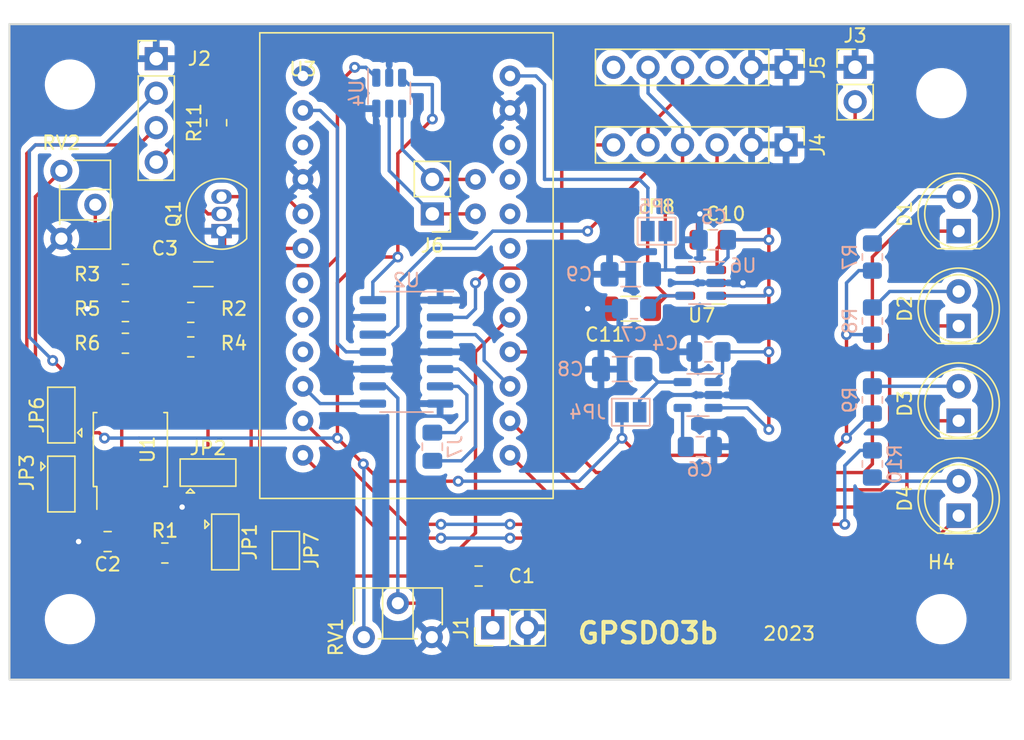
<source format=kicad_pcb>
(kicad_pcb (version 20221018) (generator pcbnew)
  (title_block (title "GPSDO3"))
  (layers (0 "F.Cu" signal) (31 "B.Cu" signal) (34 "B.Paste" user) (35 "F.Paste" user) (36 "B.SilkS" user "B.Silkscreen") (37 "F.SilkS" user "F.Silkscreen") (38 "B.Mask" user) (39 "F.Mask" user) (44 "Edge.Cuts" user))
  (net 0 "")
  (net 1 "Net-(C1-Pad1)")
  (net 2 "Net-(J1-In)")
  (net 3 "Net-(U1A-+)")
  (net 4 "GND")
  (net 5 "+12V")
  (net 6 "Net-(U5-BP)")
  (net 7 "Net-(U6-BP)")
  (net 8 "Net-(JP4-A)")
  (net 9 "Net-(JP5-A)")
  (net 10 "/LED1")
  (net 11 "/LED2")
  (net 12 "/LED3")
  (net 13 "Net-(D1-A)")
  (net 14 "/LED4")
  (net 15 "Net-(D2-A)")
  (net 16 "OSC-VCC")
  (net 17 "OSC-CTL")
  (net 18 "OSC-HOT")
  (net 19 "GPS-VCC")
  (net 20 "GPS-RXI")
  (net 21 "GPS-TXO")
  (net 22 "GPS-PPS")
  (net 23 "Net-(D3-A)")
  (net 24 "/CPU-PWM")
  (net 25 "Net-(D4-A)")
  (net 26 "/CPU-DAC")
  (net 27 "/Vctl1")
  (net 29 "/Vctl2")
  (net 30 "+3V3")
  (net 31 "+5V")
  (net 32 "/Opamp-VCC")
  (net 33 "Net-(JP1-C)")
  (net 34 "/HOT")
  (net 35 "Net-(JP2-C)")
  (net 36 "Net-(R3-Pad2)")
  (net 37 "Net-(Q1-B)")
  (net 38 "/10MHz")
  (net 39 "/PPS")
  (net 40 "/RXD")
  (net 41 "Net-(U1B-+)")
  (net 42 "Net-(U1B--)")
  (net 49 "/DAC2")
  (net 50 "/SDA")
  (net 51 "/SCL")
  (net 58 "Net-(JP8-A)")
  (net 59 "/LED4+")
  (net 60 "Net-(J7-Pin_1)")
  (net 61 "Net-(J7-Pin_2)")
  (net 62 "Net-(C3-Pad1)")
  (footprint "Potentiometer_THT:Potentiometer_ACP_CA6-H2,5_Horizontal" (layer "F.Cu") (at 107.95 71.755)
    (fp_text reference "RV2")
    (fp_text value "10K")
  )
  (footprint "Package_SO:SOIC-8_5.23x5.23mm_P1.27mm" (layer "F.Cu") (at 113.03 92.285 90)
    (fp_text reference "U1")
    (fp_text value "LMC6482")
  )
  (footprint "Resistor_SMD:R_0805_2012Metric_Pad1.20x1.40mm_HandSolder" (layer "F.Cu") (at 117.475 84.725)
    (fp_text reference "R4")
    (fp_text value "100K")
  )
  (footprint "LED_THT:LED_D5.0mm" (layer "F.Cu") (at 173.99 90.165 90)
    (fp_text reference "D3")
    (fp_text value "LED")
  )
  (footprint "LED_THT:LED_D5.0mm" (layer "F.Cu") (at 173.99 83.18 90)
    (fp_text reference "D2")
    (fp_text value "LED")
  )
  (footprint "Package_TO_SOT_SMD:SOT-23-5" (layer "F.Cu") (at 155.0725 80.01 180)
    (fp_text reference "U7")
    (fp_text value "MIC5205-5.0YM5")
  )
  (footprint "Resistor_SMD:R_0805_2012Metric_Pad1.20x1.40mm_HandSolder" (layer "F.Cu") (at 112.665 84.455 180)
    (fp_text reference "R6")
    (fp_text value "10K")
  )
  (footprint "Capacitor_SMD:C_1206_3216Metric_Pad1.33x1.80mm_HandSolder" (layer "F.Cu") (at 118.4025 79.375)
    (fp_text reference "C3")
    (fp_text value "1uF")
  )
  (footprint "Capacitor_SMD:C_1206_3216Metric_Pad1.33x1.80mm_HandSolder" (layer "F.Cu") (at 149.86 81.915 180)
    (fp_text reference "C11")
    (fp_text value "2.2uF")
  )
  (footprint "Capacitor_SMD:C_0805_2012Metric_Pad1.18x1.45mm_HandSolder" (layer "F.Cu") (at 138.6625 101.6)
    (fp_text reference "C1")
    (fp_text value "C")
  )
  (footprint "Resistor_SMD:R_0805_2012Metric_Pad1.20x1.40mm_HandSolder" (layer "F.Cu") (at 119.38 68.215 90)
    (fp_text reference "R11")
    (fp_text value "R_US")
  )
  (footprint "MountingHole:MountingHole_3.2mm_M3" (layer "F.Cu") (at 172.72 66.04)
    (fp_text reference "H2" hide)
    (fp_text value "MountingHole")
  )
  (footprint "Resistor_SMD:R_0805_2012Metric_Pad1.20x1.40mm_HandSolder" (layer "F.Cu") (at 115.57 99.905)
    (fp_text reference "R1")
    (fp_text value "100K")
  )
  (footprint "Resistor_SMD:R_0805_2012Metric_Pad1.20x1.40mm_HandSolder" (layer "F.Cu") (at 117.475 82.185)
    (fp_text reference "R2")
    (fp_text value "100K")
  )
  (footprint "MountingHole:MountingHole_3.2mm_M3" (layer "F.Cu") (at 108.585 65.405)
    (fp_text reference "H3" hide)
    (fp_text value "MountingHole")
  )
  (footprint "Glen_Arduino:SFE SAMD21 Mini" (layer "F.Cu") (at 125.73 64.77)
    (fp_text reference "U3")
    (fp_text value "SFE_SAMD21_Mini")
  )
  (footprint "Capacitor_SMD:C_0805_2012Metric_Pad1.18x1.45mm_HandSolder" (layer "F.Cu") (at 155.8075 76.835 180)
    (fp_text reference "C10")
    (fp_text value "1uF")
  )
  (footprint "Connector_PinHeader_2.54mm:PinHeader_1x02_P2.54mm_Vertical" (layer "F.Cu") (at 139.7 105.41 90)
    (fp_text reference "J1")
    (fp_text value "Conn_Coaxial")
  )
  (footprint "LED_THT:LED_D5.0mm" (layer "F.Cu") (at 173.99 76.2 90)
    (fp_text reference "D1")
    (fp_text value "LED")
  )
  (footprint "Package_TO_SOT_THT:TO-92_Inline" (layer "F.Cu") (at 119.74 76.2 90)
    (fp_text reference "Q1")
    (fp_text value "2N3904")
  )
  (footprint "Connector_PinHeader_2.54mm:PinHeader_1x06_P2.54mm_Vertical" (layer "F.Cu") (at 161.29 64.135 -90)
    (fp_text reference "J5")
    (fp_text value "To Computer")
  )
  (footprint "MountingHole:MountingHole_3.2mm_M3" (layer "F.Cu") (at 172.72 104.775)
    (fp_text reference "H4")
    (fp_text value "MountingHole")
  )
  (footprint "Connector_PinHeader_2.54mm:PinHeader_1x06_P2.54mm_Vertical" (layer "F.Cu") (at 161.29 69.85 -90)
    (fp_text reference "J4")
    (fp_text value "To GPS")
  )
  (footprint "Connector_PinHeader_2.54mm:PinHeader_1x02_P2.54mm_Vertical" (layer "F.Cu") (at 166.37 64.13)
    (fp_text reference "J3")
    (fp_text value "Power")
  )
  (footprint "Capacitor_SMD:C_0805_2012Metric_Pad1.18x1.45mm_HandSolder" (layer "F.Cu") (at 111.3575 99.06 180)
    (fp_text reference "C2")
    (fp_text value "1uF")
  )
  (footprint "Connector_PinHeader_2.54mm:PinHeader_1x02_P2.54mm_Vertical" (layer "F.Cu") (at 135.255 74.93 180)
    (fp_text reference "J6")
    (fp_text value "Conn_01x02_Male")
  )
  (footprint "Jumper:SolderJumper-3_P1.3mm_Open_Pad1.0x1.5mm" (layer "F.Cu") (at 118.745 93.98)
    (fp_text reference "JP2")
    (fp_text value "Gate2 Input")
  )
  (footprint "Jumper:SolderJumper-3_P1.3mm_Open_Pad1.0x1.5mm" (layer "F.Cu") (at 120.015 99.09 -90)
    (fp_text reference "JP1")
    (fp_text value "CPU PWM - DAC")
  )
  (footprint "Resistor_SMD:R_0805_2012Metric_Pad1.20x1.40mm_HandSolder" (layer "F.Cu") (at 112.665 79.375 180)
    (fp_text reference "R3")
    (fp_text value "100K")
  )
  (footprint "LED_THT:LED_D5.0mm" (layer "F.Cu") (at 173.99 97.155 90)
    (fp_text reference "D4")
    (fp_text value "LED")
  )
  (footprint "Jumper:SolderJumper-3_P1.3mm_Open_Pad1.0x1.5mm" (layer "F.Cu") (at 107.95 89.745 90)
    (fp_text reference "JP6")
    (fp_text value "~")
  )
  (footprint "Jumper:SolderJumper-3_P1.3mm_Open_Pad1.0x1.5mm" (layer "F.Cu") (at 107.95 94.825 -90)
    (fp_text reference "JP3")
    (fp_text value "OSC Vcontrol")
  )
  (footprint "Potentiometer_THT:Potentiometer_ACP_CA6-H2,5_Horizontal" (layer "F.Cu") (at 130.215 106.1 90)
    (fp_text reference "RV1")
    (fp_text value "R_Potentiometer_US")
  )
  (footprint "Jumper:SolderJumper-2_P1.3mm_Open_Pad1.0x1.5mm" (layer "F.Cu") (at 151.75 76.2)
    (fp_text reference "JP8")
    (fp_text value "3.3V Jumper")
  )
  (footprint "Jumper:SolderJumper-2_P1.3mm_Open_Pad1.0x1.5mm" (layer "F.Cu") (at 124.475 99.71 90)
    (fp_text reference "JP7")
    (fp_text value "SolderJumper_2_Open")
  )
  (footprint "Connector_PinHeader_2.54mm:PinHeader_1x04_P2.54mm_Vertical" (layer "F.Cu") (at 114.935 63.5)
    (fp_text reference "J2")
    (fp_text value "To OSC")
  )
  (footprint "Resistor_SMD:R_0805_2012Metric_Pad1.20x1.40mm_HandSolder" (layer "F.Cu") (at 112.665 82.125 180)
    (fp_text reference "R5")
    (fp_text value "10K")
  )
  (footprint "MountingHole:MountingHole_3.2mm_M3" (layer "F.Cu") (at 108.585 104.775)
    (fp_text reference "H1" hide)
    (fp_text value "MountingHole")
  )
  (footprint "Capacitor_SMD:C_0805_2012Metric_Pad1.18x1.45mm_HandSolder" (layer "B.Cu") (at 150.0925 81.915 180)
    (fp_text reference "C7")
    (fp_text value "470pF")
  )
  (footprint "Jumper:SolderJumper-2_P1.3mm_Open_Pad1.0x1.5mm" (layer "B.Cu") (at 151.765 76.2 180)
    (fp_text reference "JP5")
    (fp_text value "5V #2 Jumper")
  )
  (footprint "Capacitor_SMD:C_0805_2012Metric_Pad1.18x1.45mm_HandSolder" (layer "B.Cu") (at 154.94 92.075)
    (fp_text reference "C6")
    (fp_text value "470pF")
  )
  (footprint "Package_TO_SOT_SMD:SOT-23-5" (layer "B.Cu") (at 154.94 80.01 180)
    (fp_text reference "U6")
    (fp_text value "MIC5205-5.0YM5")
  )
  (footprint "Capacitor_SMD:C_0805_2012Metric_Pad1.18x1.45mm_HandSolder" (layer "B.Cu") (at 155.9775 76.835 180)
    (fp_text reference "C5")
    (fp_text value "1uF")
  )
  (footprint "Capacitor_SMD:C_1206_3216Metric_Pad1.33x1.80mm_HandSolder" (layer "B.Cu") (at 149.225 86.36 180)
    (fp_text reference "C8")
    (fp_text value "2.2uF")
  )
  (footprint "Resistor_SMD:R_0805_2012Metric_Pad1.20x1.40mm_HandSolder" (layer "B.Cu") (at 167.64 78.105 -90)
    (fp_text reference "R7")
    (fp_text value "R_US")
  )
  (footprint "Capacitor_SMD:C_0805_2012Metric_Pad1.18x1.45mm_HandSolder" (layer "B.Cu") (at 155.575 85.09 180)
    (fp_text reference "C4")
    (fp_text value "1uF")
  )
  (footprint "Capacitor_SMD:C_0805_2012Metric_Pad1.18x1.45mm_HandSolder" (layer "B.Cu") (at 135.255 92.075 90)
    (fp_text reference "J7")
    (fp_text value "Conn_01x02_Male")
  )
  (footprint "Resistor_SMD:R_0805_2012Metric_Pad1.20x1.40mm_HandSolder" (layer "B.Cu") (at 167.64 93.345 90)
    (fp_text reference "R10")
    (fp_text value "R_US")
  )
  (footprint "Package_SO:SOIC-14_3.9x8.7mm_P1.27mm" (layer "B.Cu") (at 133.35 85.09 180)
    (fp_text reference "U2")
    (fp_text value "74LVC125")
  )
  (footprint "Package_TO_SOT_SMD:SOT-23-5" (layer "B.Cu") (at 154.8075 88.265 180)
    (fp_text reference "U5" hide)
    (fp_text value "MIC5205-3.3YM5")
  )
  (footprint "Resistor_SMD:R_0805_2012Metric_Pad1.20x1.40mm_HandSolder" (layer "B.Cu") (at 167.64 88.63 -90)
    (fp_text reference "R9")
    (fp_text value "R_US")
  )
  (footprint "Resistor_SMD:R_0805_2012Metric_Pad1.20x1.40mm_HandSolder" (layer "B.Cu") (at 167.64 82.82 -90)
    (fp_text reference "R8")
    (fp_text value "R_US")
  )
  (footprint "Package_TO_SOT_SMD:SOT-23-6" (layer "B.Cu") (at 132.08 66.04 -90)
    (fp_text reference "U4")
    (fp_text value "MCP4725xxx-xCH")
  )
  (footprint "Jumper:SolderJumper-2_P1.3mm_Open_Pad1.0x1.5mm" (layer "B.Cu") (at 149.86 89.535 180)
    (fp_text reference "JP4")
    (fp_text value "5V #1 Jumper")
  )
  (footprint "Capacitor_SMD:C_1206_3216Metric_Pad1.33x1.80mm_HandSolder" (layer "B.Cu") (at 149.86 79.375 180)
    (fp_text reference "C9")
    (fp_text value "2.2uF")
  )
  (gr_rect (start 104.14 60.96) (end 177.8 109.22) (stroke (width 0.15)) (fill none) (layer "Edge.Cuts"))
  (gr_text "2023" (at 159.512 106.426) (layer "F.SilkS") (effects (font (size 1 1)) (justify left bottom)))
  (gr_text "GPSDO3b" (at 145.796 106.68) (layer "F.SilkS") (effects (font (size 1.5 1.5) (thickness 0.3) bold) (justify left bottom)))
  (segment (start 135.625 103.6) (end 132.715 103.6) (width 0.25) (layer "F.Cu") (net 1))
  (segment (start 137.625 101.6) (end 135.625 103.6) (width 0.25) (layer "F.Cu") (net 1))
  (segment (start 130.875 87.63) (end 131.849999 87.63) (width 0.25) (layer "B.Cu") (net 1))
  (segment (start 131.849999 87.63) (end 132.715 88.495001) (width 0.25) (layer "B.Cu") (net 1))
  (segment (start 132.715 88.495001) (end 132.715 103.505) (width 0.25) (layer "B.Cu") (net 1))
  (segment (start 139.7 105.41) (end 139.7 101.6) (width 0.25) (layer "F.Cu") (net 2))
  (segment (start 114.57 99.905) (end 113.665 99) (width 0.25) (layer "F.Cu") (net 3))
  (segment (start 112.395 99.06) (end 113.725 99.06) (width 0.25) (layer "F.Cu") (net 3))
  (segment (start 113.665 99) (end 113.665 95.885) (width 0.25) (layer "F.Cu") (net 3))
  (segment (start 114.365 100.11) (end 114.57 99.905) (width 0.25) (layer "F.Cu") (net 3))
  (segment (start 113.725 99.06) (end 114.57 99.905) (width 0.25) (layer "F.Cu") (net 3))
  (segment (start 148.2975 81.915) (end 146.685 81.915) (width 0.25) (layer "F.Cu") (net 4))
  (segment (start 116.205 95.885) (end 116.84 96.52) (width 0.25) (layer "F.Cu") (net 4))
  (segment (start 110.065 82.125) (end 109.855 81.915) (width 0.25) (layer "F.Cu") (net 4))
  (segment (start 119.965 79.375) (end 119.965 76.425) (width 0.25) (layer "F.Cu") (net 4))
  (segment (start 114.935 95.885) (end 116.205 95.885) (width 0.25) (layer "F.Cu") (net 4))
  (segment (start 156.21 80.01) (end 158.115 80.01) (width 0.25) (layer "F.Cu") (net 4))
  (segment (start 110.32 99.06) (end 109.22 99.06) (width 0.25) (layer "F.Cu") (net 4))
  (segment (start 111.665 82.125) (end 110.065 82.125) (width 0.25) (layer "F.Cu") (net 4))
  (segment (start 119.965 76.425) (end 119.74 76.2) (width 0.25) (layer "F.Cu") (net 4))
  (segment (start 154.77 76.835) (end 154.77 75.1) (width 0.25) (layer "F.Cu") (net 4))
  (segment (start 154.77 75.1) (end 154.94 74.93) (width 0.25) (layer "F.Cu") (net 4))
  (via (at 146.685 81.915) (size 0.8) (drill 0.4) (layers "F.Cu" "B.Cu") (net 4))
  (via (at 109.855 81.915) (size 0.8) (drill 0.4) (layers "F.Cu" "B.Cu") (net 4))
  (via (at 116.84 96.52) (size 0.8) (drill 0.4) (layers "F.Cu" "B.Cu") (net 4))
  (via (at 158.115 80.01) (size 0.8) (drill 0.4) (layers "F.Cu" "B.Cu") (net 4))
  (via (at 109.22 99.06) (size 0.8) (drill 0.4) (layers "F.Cu" "B.Cu") (net 4))
  (via (at 154.94 74.93) (size 0.8) (drill 0.4) (layers "F.Cu" "B.Cu") (net 4))
  (segment (start 160.02 80.645) (end 160.02 85.09) (width 0.25) (layer "F.Cu") (net 5))
  (segment (start 156.21 79.06) (end 156.21 77.47) (width 0.25) (layer "F.Cu") (net 5))
  (segment (start 160.02 85.09) (end 160.02 90.805) (width 0.25) (layer "F.Cu") (net 5))
  (segment (start 156.21 77.47) (end 156.845 76.835) (width 0.25) (layer "F.Cu") (net 5))
  (segment (start 156.21 80.96) (end 159.705 80.96) (width 0.25) (layer "F.Cu") (net 5))
  (segment (start 166.37 67.945) (end 160.02 74.295) (width 0.25) (layer "F.Cu") (net 5))
  (segment (start 159.705 80.96) (end 160.02 80.645) (width 0.25) (layer "F.Cu") (net 5))
  (segment (start 160.02 76.835) (end 160.02 80.645) (width 0.25) (layer "F.Cu") (net 5))
  (segment (start 160.02 74.295) (end 160.02 76.835) (width 0.25) (layer "F.Cu") (net 5))
  (segment (start 166.37 66.67) (end 166.37 67.945) (width 0.25) (layer "F.Cu") (net 5))
  (segment (start 160.02 76.835) (end 156.845 76.835) (width 0.25) (layer "F.Cu") (net 5))
  (via (at 160.02 85.09) (size 0.8) (drill 0.4) (layers "F.Cu" "B.Cu") (net 5))
  (via (at 160.02 76.835) (size 0.8) (drill 0.4) (layers "F.Cu" "B.Cu") (net 5))
  (via (at 160.02 90.805) (size 0.8) (drill 0.4) (layers "F.Cu" "B.Cu") (net 5))
  (via (at 160.02 80.645) (size 0.8) (drill 0.4) (layers "F.Cu" "B.Cu") (net 5))
  (segment (start 155.945 87.315) (end 156.6125 86.6475) (width 0.25) (layer "B.Cu") (net 5))
  (segment (start 156.0775 79.06) (end 157.015 78.1225) (width 0.25) (layer "B.Cu") (net 5))
  (segment (start 156.6125 85.09) (end 160.02 85.09) (width 0.25) (layer "B.Cu") (net 5))
  (segment (start 157.015 76.835) (end 160.02 76.835) (width 0.25) (layer "B.Cu") (net 5))
  (segment (start 158.43 89.215) (end 155.945 89.215) (width 0.25) (layer "B.Cu") (net 5))
  (segment (start 159.705 80.96) (end 160.02 80.645) (width 0.25) (layer "B.Cu") (net 5))
  (segment (start 160.02 90.805) (end 158.43 89.215) (width 0.25) (layer "B.Cu") (net 5))
  (segment (start 156.0775 80.96) (end 159.705 80.96) (width 0.25) (layer "B.Cu") (net 5))
  (segment (start 156.6125 86.6475) (end 156.6125 85.09) (width 0.25) (layer "B.Cu") (net 5))
  (segment (start 157.015 78.1225) (end 157.015 76.835) (width 0.25) (layer "B.Cu") (net 5))
  (segment (start 153.67 89.215) (end 153.67 91.8425) (width 0.25) (layer "B.Cu") (net 6))
  (segment (start 153.67 91.8425) (end 153.9025 92.075) (width 0.25) (layer "B.Cu") (net 6))
  (segment (start 153.8025 80.96) (end 152.085 80.96) (width 0.25) (layer "B.Cu") (net 7))
  (segment (start 152.085 80.96) (end 151.13 81.915) (width 0.25) (layer "B.Cu") (net 7))
  (segment (start 150.51 89.535) (end 150.51 88.6575) (width 0.25) (layer "B.Cu") (net 8))
  (segment (start 150.51 88.6575) (end 151.8525 87.315) (width 0.25) (layer "B.Cu") (net 8))
  (segment (start 153.67 87.315) (end 151.8525 87.315) (width 0.25) (layer "B.Cu") (net 8))
  (segment (start 151.8525 87.315) (end 150.8975 86.36) (width 0.25) (layer "B.Cu") (net 8))
  (segment (start 151.8475 79.06) (end 151.5325 79.375) (width 0.25) (layer "B.Cu") (net 9))
  (segment (start 152.415 79.045) (end 152.4 79.06) (width 0.25) (layer "B.Cu") (net 9))
  (segment (start 152.4 79.06) (end 151.8475 79.06) (width 0.25) (layer "B.Cu") (net 9))
  (segment (start 153.8025 79.06) (end 152.4 79.06) (width 0.25) (layer "B.Cu") (net 9))
  (segment (start 152.415 76.2) (end 152.415 79.045) (width 0.25) (layer "B.Cu") (net 9))
  (segment (start 144.145 90.805) (end 147.32 93.98) (width 0.25) (layer "F.Cu") (net 10))
  (segment (start 147.32 93.98) (end 167.005 93.98) (width 0.25) (layer "F.Cu") (net 10))
  (segment (start 167.64 93.345) (end 167.64 78.105) (width 0.25) (layer "F.Cu") (net 10))
  (segment (start 167.005 93.98) (end 167.64 93.345) (width 0.25) (layer "F.Cu") (net 10))
  (segment (start 140.97 85.09) (end 143.51 85.09) (width 0.25) (layer "F.Cu") (net 10))
  (segment (start 144.145 85.725) (end 144.145 90.805) (width 0.25) (layer "F.Cu") (net 10))
  (segment (start 167.64 78.105) (end 169.545 76.2) (width 0.25) (layer "F.Cu") (net 10))
  (segment (start 169.545 76.2) (end 173.99 76.2) (width 0.25) (layer "F.Cu") (net 10))
  (segment (start 143.51 85.09) (end 144.145 85.725) (width 0.25) (layer "F.Cu") (net 10))
  (segment (start 140.97 90.17) (end 146.05 95.25) (width 0.25) (layer "F.Cu") (net 11))
  (segment (start 146.05 95.25) (end 168.275 95.25) (width 0.25) (layer "F.Cu") (net 11))
  (segment (start 168.91 94.615) (end 168.91 83.82) (width 0.25) (layer "F.Cu") (net 11))
  (segment (start 169.55 83.18) (end 173.99 83.18) (width 0.25) (layer "F.Cu") (net 11))
  (segment (start 168.275 95.25) (end 168.91 94.615) (width 0.25) (layer "F.Cu") (net 11))
  (segment (start 168.91 83.82) (end 169.55 83.18) (width 0.25) (layer "F.Cu") (net 11))
  (segment (start 169.545 96.52) (end 170.18 95.885) (width 0.25) (layer "F.Cu") (net 12))
  (segment (start 170.18 92.075) (end 172.09 90.165) (width 0.25) (layer "F.Cu") (net 12))
  (segment (start 140.97 92.71) (end 144.78 96.52) (width 0.25) (layer "F.Cu") (net 12))
  (segment (start 172.09 90.165) (end 173.99 90.165) (width 0.25) (layer "F.Cu") (net 12))
  (segment (start 144.78 96.52) (end 169.545 96.52) (width 0.25) (layer "F.Cu") (net 12))
  (segment (start 170.18 95.885) (end 170.18 92.075) (width 0.25) (layer "F.Cu") (net 12))
  (segment (start 173.99 73.66) (end 171.085 73.66) (width 0.25) (layer "B.Cu") (net 13))
  (segment (start 171.085 73.66) (end 167.64 77.105) (width 0.25) (layer "B.Cu") (net 13))
  (segment (start 172.339 98.806) (end 173.99 97.155) (width 0.25) (layer "F.Cu") (net 14))
  (segment (start 131.826 98.806) (end 135.89 98.806) (width 0.25) (layer "F.Cu") (net 14))
  (segment (start 140.97 98.806) (end 172.339 98.806) (width 0.25) (layer "F.Cu") (net 14))
  (segment (start 125.73 92.71) (end 131.826 98.806) (width 0.25) (layer "F.Cu") (net 14))
  (via (at 135.89 98.806) (size 0.8) (drill 0.4) (layers "F.Cu" "B.Cu") (net 14))
  (via (at 140.97 98.806) (size 0.8) (drill 0.4) (layers "F.Cu" "B.Cu") (net 14))
  (segment (start 135.89 98.806) (end 140.97 98.806) (width 0.25) (layer "B.Cu") (net 14))
  (segment (start 167.64 81.82) (end 167.735 81.82) (width 0.25) (layer "B.Cu") (net 15))
  (segment (start 167.735 81.82) (end 168.915 80.64) (width 0.25) (layer "B.Cu") (net 15))
  (segment (start 168.915 80.64) (end 173.99 80.64) (width 0.25) (layer "B.Cu") (net 15))
  (segment (start 107.315 85.725) (end 107.95 86.36) (width 0.25) (layer "F.Cu") (net 16))
  (segment (start 107.95 86.36) (end 107.95 88.445) (width 0.25) (layer "F.Cu") (net 16))
  (via (at 107.315 85.725) (size 0.8) (drill 0.4) (layers "F.Cu" "B.Cu") (net 16))
  (segment (start 111.125 69.85) (end 106.045 69.85) (width 0.25) (layer "B.Cu") (net 16))
  (segment (start 105.595 70.3) (end 105.595 84.005) (width 0.25) (layer "B.Cu") (net 16))
  (segment (start 106.045 69.85) (end 105.595 70.3) (width 0.25) (layer "B.Cu") (net 16))
  (segment (start 114.935 66.04) (end 111.125 69.85) (width 0.25) (layer "B.Cu") (net 16))
  (segment (start 105.595 84.005) (end 107.315 85.725) (width 0.25) (layer "B.Cu") (net 16))
  (segment (start 113.665 69.85) (end 114.935 68.58) (width 0.25) (layer "F.Cu") (net 17))
  (segment (start 106.045 69.85) (end 113.665 69.85) (width 0.25) (layer "F.Cu") (net 17))
  (segment (start 105.41 93.98) (end 105.41 70.485) (width 0.25) (layer "F.Cu") (net 17))
  (segment (start 105.41 70.485) (end 106.045 69.85) (width 0.25) (layer "F.Cu") (net 17))
  (segment (start 107.95 94.825) (end 106.255 94.825) (width 0.25) (layer "F.Cu") (net 17))
  (segment (start 106.255 94.825) (end 105.41 93.98) (width 0.25) (layer "F.Cu") (net 17))
  (segment (start 118.84 67.215) (end 114.935 71.12) (width 0.25) (layer "F.Cu") (net 18))
  (segment (start 119.38 67.215) (end 118.84 67.215) (width 0.25) (layer "F.Cu") (net 18))
  (segment (start 152.4 76.2) (end 152.4 74.93) (width 0.25) (layer "F.Cu") (net 19))
  (segment (start 156.21 71.12) (end 156.21 69.85) (width 0.25) (layer "F.Cu") (net 19))
  (segment (start 152.4 74.93) (end 156.21 71.12) (width 0.25) (layer "F.Cu") (net 19))
  (segment (start 151.13 71.755) (end 153.035 71.755) (width 0.25) (layer "F.Cu") (net 20))
  (segment (start 153.67 71.12) (end 153.67 69.85) (width 0.25) (layer "F.Cu") (net 20))
  (segment (start 146.685 76.2) (end 151.13 71.755) (width 0.25) (layer "F.Cu") (net 20))
  (segment (start 153.035 71.755) (end 153.67 71.12) (width 0.25) (layer "F.Cu") (net 20))
  (via (at 146.685 76.2) (size 0.8) (drill 0.4) (layers "F.Cu" "B.Cu") (net 20))
  (segment (start 138.43 77.47) (end 139.7 76.2) (width 0.25) (layer "B.Cu") (net 20))
  (segment (start 153.67 69.85) (end 153.67 68.58) (width 0.25) (layer "B.Cu") (net 20))
  (segment (start 132.715 83.185) (end 132.715 80.01) (width 0.25) (layer "B.Cu") (net 20))
  (segment (start 130.875 83.82) (end 132.08 83.82) (width 0.25) (layer "B.Cu") (net 20))
  (segment (start 132.08 83.82) (end 132.715 83.185) (width 0.25) (layer "B.Cu") (net 20))
  (segment (start 135.255 77.47) (end 138.43 77.47) (width 0.25) (layer "B.Cu") (net 20))
  (segment (start 153.67 68.58) (end 151.13 66.04) (width 0.25) (layer "B.Cu") (net 20))
  (segment (start 132.715 80.01) (end 135.255 77.47) (width 0.25) (layer "B.Cu") (net 20))
  (segment (start 139.7 76.2) (end 146.685 76.2) (width 0.25) (layer "B.Cu") (net 20))
  (segment (start 151.13 66.04) (end 151.13 64.135) (width 0.25) (layer "B.Cu") (net 20))
  (segment (start 153.67 66.04) (end 153.67 64.135) (width 0.25) (layer "F.Cu") (net 21))
  (segment (start 151.13 68.58) (end 153.67 66.04) (width 0.25) (layer "F.Cu") (net 21))
  (segment (start 151.13 69.85) (end 151.13 68.58) (width 0.25) (layer "F.Cu") (net 21))
  (segment (start 144.78 76.836749) (end 142.693749 78.923) (width 0.25) (layer "F.Cu") (net 22))
  (segment (start 142.693749 78.923) (end 139.517 78.923) (width 0.25) (layer "F.Cu") (net 22))
  (segment (start 139.517 78.923) (end 138.43 80.01) (width 0.25) (layer "F.Cu") (net 22))
  (segment (start 145.415 69.85) (end 144.78 70.485) (width 0.25) (layer "F.Cu") (net 22))
  (segment (start 148.59 69.85) (end 145.415 69.85) (width 0.25) (layer "F.Cu") (net 22))
  (segment (start 144.78 70.485) (end 144.78 76.836749) (width 0.25) (layer "F.Cu") (net 22))
  (via (at 138.43 80.01) (size 0.8) (drill 0.4) (layers "F.Cu" "B.Cu") (net 22))
  (segment (start 137.795 82.55) (end 138.43 81.915) (width 0.25) (layer "B.Cu") (net 22))
  (segment (start 135.825 82.55) (end 137.795 82.55) (width 0.25) (layer "B.Cu") (net 22))
  (segment (start 138.43 81.915) (end 138.43 80.01) (width 0.25) (layer "B.Cu") (net 22))
  (segment (start 173.99 87.625) (end 167.645 87.625) (width 0.25) (layer "B.Cu") (net 23))
  (segment (start 167.645 87.625) (end 167.64 87.63) (width 0.25) (layer "B.Cu") (net 23))
  (segment (start 120.65 97.79) (end 121.92 96.52) (width 0.25) (layer "F.Cu") (net 24))
  (segment (start 121.92 80.008604) (end 124.458604 77.47) (width 0.25) (layer "F.Cu") (net 24))
  (segment (start 120.015 97.79) (end 120.65 97.79) (width 0.25) (layer "F.Cu") (net 24))
  (segment (start 124.458604 77.47) (end 125.73 77.47) (width 0.25) (layer "F.Cu") (net 24))
  (segment (start 121.92 96.52) (end 121.92 80.008604) (width 0.25) (layer "F.Cu") (net 24))
  (segment (start 167.91 94.615) (end 167.64 94.345) (width 0.25) (layer "B.Cu") (net 25))
  (segment (start 173.99 94.615) (end 167.91 94.615) (width 0.25) (layer "B.Cu") (net 25))
  (segment (start 127 102.87) (end 120.65 102.87) (width 0.25) (layer "F.Cu") (net 26))
  (segment (start 120.015 100.39) (end 120.615 100.39) (width 0.25) (layer "F.Cu") (net 26))
  (segment (start 135.255 101.6) (end 128.27 101.6) (width 0.25) (layer "F.Cu") (net 26))
  (segment (start 120.015 102.235) (end 120.015 100.39) (width 0.25) (layer "F.Cu") (net 26))
  (segment (start 140.97 82.55) (end 138.43 85.09) (width 0.25) (layer "F.Cu") (net 26))
  (segment (start 138.43 85.09) (end 138.43 98.425) (width 0.25) (layer "F.Cu") (net 26))
  (segment (start 128.27 101.6) (end 127 102.87) (width 0.25) (layer "F.Cu") (net 26))
  (segment (start 120.65 102.87) (end 120.015 102.235) (width 0.25) (layer "F.Cu") (net 26))
  (segment (start 138.43 98.425) (end 135.255 101.6) (width 0.25) (layer "F.Cu") (net 26))
  (segment (start 113.03 93.98) (end 117.445 93.98) (width 0.25) (layer "F.Cu") (net 27))
  (segment (start 112.395 94.615) (end 113.03 93.98) (width 0.25) (layer "F.Cu") (net 27))
  (segment (start 112.395 95.885) (end 112.395 94.615) (width 0.25) (layer "F.Cu") (net 27))
  (segment (start 111.125 95.885) (end 112.395 95.885) (width 0.25) (layer "F.Cu") (net 27))
  (segment (start 108.19 95.885) (end 107.95 96.125) (width 0.25) (layer "F.Cu") (net 27))
  (segment (start 111.125 95.885) (end 108.19 95.885) (width 0.25) (layer "F.Cu") (net 27))
  (segment (start 107.95 93.525) (end 111.58 93.525) (width 0.25) (layer "F.Cu") (net 29))
  (segment (start 112.395 86.36) (end 111.665 85.63) (width 0.25) (layer "F.Cu") (net 29))
  (segment (start 111.58 93.525) (end 112.395 92.71) (width 0.25) (layer "F.Cu") (net 29))
  (segment (start 112.395 92.71) (end 112.395 88.685) (width 0.25) (layer "F.Cu") (net 29))
  (segment (start 112.395 88.685) (end 112.395 86.36) (width 0.25) (layer "F.Cu") (net 29))
  (segment (start 111.665 85.63) (end 111.665 84.455) (width 0.25) (layer "F.Cu") (net 29))
  (segment (start 164.465 92.71) (end 150.465 92.71) (width 0.25) (layer "F.Cu") (net 30))
  (segment (start 150.465 92.71) (end 149.21 91.455) (width 0.25) (layer "F.Cu") (net 30))
  (segment (start 107.95 91.045) (end 110.73 91.045) (width 0.25) (layer "F.Cu") (net 30))
  (segment (start 132.715 70.485) (end 132.715 78.105) (width 0.25) (layer "F.Cu") (net 30))
  (segment (start 130.175 78.105) (end 132.715 78.105) (width 0.25) (layer "F.Cu") (net 30))
  (segment (start 132.715 70.485) (end 135.255 67.945) (width 0.25) (layer "F.Cu") (net 30))
  (segment (start 165.735 91.44) (end 165.735 83.82) (width 0.25) (layer "F.Cu") (net 30))
  (segment (start 130.175 93.345) (end 128.27 91.44) (width 0.25) (layer "F.Cu") (net 30))
  (segment (start 131.445 94.615) (end 130.175 93.345) (width 0.25) (layer "F.Cu") (net 30))
  (segment (start 110.73 91.045) (end 111.125 91.44) (width 0.25) (layer "F.Cu") (net 30))
  (segment (start 165.735 91.44) (end 164.465 92.71) (width 0.25) (layer "F.Cu") (net 30))
  (segment (start 137.16 94.615) (end 131.445 94.615) (width 0.25) (layer "F.Cu") (net 30))
  (segment (start 128.27 80.01) (end 130.175 78.105) (width 0.25) (layer "F.Cu") (net 30))
  (segment (start 128.27 91.44) (end 128.27 80.01) (width 0.25) (layer "F.Cu") (net 30))
  (via (at 132.715 78.105) (size 0.8) (drill 0.4) (layers "F.Cu" "B.Cu") (net 30))
  (via (at 165.735 83.82) (size 0.8) (drill 0.4) (layers "F.Cu" "B.Cu") (net 30))
  (via (at 130.175 93.345) (size 0.8) (drill 0.4) (layers "F.Cu" "B.Cu") (net 30))
  (via (at 128.27 91.44) (size 0.8) (drill 0.4) (layers "F.Cu" "B.Cu") (net 30))
  (via (at 149.21 91.455) (size 0.8) (drill 0.4) (layers "F.Cu" "B.Cu") (net 30))
  (via (at 137.16 94.615) (size 0.8) (drill 0.4) (layers "F.Cu" "B.Cu") (net 30))
  (via (at 135.255 67.945) (size 0.8) (drill 0.4) (layers "F.Cu" "B.Cu") (net 30))
  (via (at 111.125 91.44) (size 0.8) (drill 0.4) (layers "F.Cu" "B.Cu") (net 30))
  (via (at 165.735 91.44) (size 0.8) (drill 0.4) (layers "F.Cu" "B.Cu") (net 30))
  (segment (start 130.875 81.28) (end 131.445 81.28) (width 0.25) (layer "B.Cu") (net 30))
  (segment (start 130.875 81.28) (end 130.875 79.945) (width 0.25) (layer "B.Cu") (net 30))
  (segment (start 149.21 89.535) (end 149.21 91.455) (width 0.25) (layer "B.Cu") (net 30))
  (segment (start 167.64 89.63) (end 167.545 89.63) (width 0.25) (layer "B.Cu") (net 30))
  (segment (start 167.545 89.63) (end 165.735 91.44) (width 0.25) (layer "B.Cu") (net 30))
  (segment (start 135.255 65.405) (end 135.255 67.945) (width 0.25) (layer "B.Cu") (net 30))
  (segment (start 111.125 91.44) (end 113.665 91.44) (width 0.25) (layer "B.Cu") (net 30))
  (segment (start 165.735 80.01) (end 165.735 83.82) (width 0.25) (layer "B.Cu") (net 30))
  (segment (start 133.5325 65.405) (end 135.255 65.405) (width 0.25) (layer "B.Cu") (net 30))
  (segment (start 133.03 64.9025) (end 133.5325 65.405) (width 0.25) (layer "B.Cu") (net 30))
  (segment (start 149.21 91.455) (end 146.05 94.615) (width 0.25) (layer "B.Cu") (net 30))
  (segment (start 137.16 94.615) (end 146.05 94.615) (width 0.25) (layer "B.Cu") (net 30))
  (segment (start 130.215 106.1) (end 130.215 93.385) (width 0.25) (layer "B.Cu") (net 30))
  (segment (start 130.215 93.385) (end 130.175 93.345) (width 0.25) (layer "B.Cu") (net 30))
  (segment (start 167.64 79.105) (end 166.64 79.105) (width 0.25) (layer "B.Cu") (net 30))
  (segment (start 167.64 83.82) (end 165.735 83.82) (width 0.25) (layer "B.Cu") (net 30))
  (segment (start 130.875 79.945) (end 132.715 78.105) (width 0.25) (layer "B.Cu") (net 30))
  (segment (start 128.27 91.44) (end 113.665 91.44) (width 0.25) (layer "B.Cu") (net 30))
  (segment (start 166.64 79.105) (end 165.735 80.01) (width 0.25) (layer "B.Cu") (net 30))
  (segment (start 143.51 65.405) (end 142.875 64.77) (width 0.25) (layer "B.Cu") (net 31))
  (segment (start 151.115 73.04) (end 151.115 76.2) (width 0.25) (layer "B.Cu") (net 31))
  (segment (start 151.13 73.025) (end 151.115 73.04) (width 0.25) (layer "B.Cu") (net 31))
  (segment (start 150.495 72.39) (end 151.13 73.025) (width 0.25) (layer "B.Cu") (net 31))
  (segment (start 143.51 72.39) (end 150.495 72.39) (width 0.25) (layer "B.Cu") (net 31))
  (segment (start 143.51 72.39) (end 143.51 65.405) (width 0.25) (layer "B.Cu") (net 31))
  (segment (start 142.875 64.77) (end 140.97 64.77) (width 0.25) (layer "B.Cu") (net 31))
  (segment (start 107.95 71.755) (end 106.045 73.66) (width 0.25) (layer "F.Cu") (net 32))
  (segment (start 106.045 88.44) (end 107.35 89.745) (width 0.25) (layer "F.Cu") (net 32))
  (segment (start 111.125 88.685) (end 110.065 89.745) (width 0.25) (layer "F.Cu") (net 32))
  (segment (start 110.065 89.745) (end 107.95 89.745) (width 0.25) (layer "F.Cu") (net 32))
  (segment (start 107.35 89.745) (end 107.95 89.745) (width 0.25) (layer "F.Cu") (net 32))
  (segment (start 106.045 73.66) (end 106.045 88.44) (width 0.25) (layer "F.Cu") (net 32))
  (segment (start 117.385 99.09) (end 118.11 99.09) (width 0.25) (layer "F.Cu") (net 33))
  (segment (start 120.045 95.25) (end 118.11 97.185) (width 0.25) (layer "F.Cu") (net 33))
  (segment (start 116.57 99.905) (end 117.385 99.09) (width 0.25) (layer "F.Cu") (net 33))
  (segment (start 118.11 97.185) (end 118.11 99.09) (width 0.25) (layer "F.Cu") (net 33))
  (segment (start 124.475 100.36) (end 121.885 100.36) (width 0.25) (layer "F.Cu") (net 33))
  (segment (start 120.045 93.98) (end 120.045 95.25) (width 0.25) (layer "F.Cu") (net 33))
  (segment (start 118.11 99.09) (end 120.015 99.09) (width 0.25) (layer "F.Cu") (net 33))
  (segment (start 120.615 99.09) (end 120.015 99.09) (width 0.25) (layer "F.Cu") (net 33))
  (segment (start 121.885 100.36) (end 120.615 99.09) (width 0.25) (layer "F.Cu") (net 33))
  (segment (start 125.73 74.93) (end 124.46 73.66) (width 0.25) (layer "F.Cu") (net 34))
  (segment (start 124.46 73.66) (end 119.74 73.66) (width 0.25) (layer "F.Cu") (net 34))
  (segment (start 120.015 83.725) (end 118.475 82.185) (width 0.25) (layer "F.Cu") (net 35))
  (segment (start 120.015 86.36) (end 120.015 83.725) (width 0.25) (layer "F.Cu") (net 35))
  (segment (start 118.745 93.98) (end 118.745 87.63) (width 0.25) (layer "F.Cu") (net 35))
  (segment (start 118.745 87.63) (end 120.015 86.36) (width 0.25) (layer "F.Cu") (net 35))
  (segment (start 110.45 78.16) (end 111.665 79.375) (width 0.25) (layer "F.Cu") (net 36))
  (segment (start 110.45 74.255) (end 110.45 78.16) (width 0.25) (layer "F.Cu") (net 36))
  (segment (start 118.11 74.295) (end 118.745 74.93) (width 0.25) (layer "F.Cu") (net 37))
  (segment (start 118.11 72.39) (end 118.11 74.295) (width 0.25) (layer "F.Cu") (net 37))
  (segment (start 118.745 74.93) (end 119.74 74.93) (width 0.25) (layer "F.Cu") (net 37))
  (segment (start 119.38 71.12) (end 118.11 72.39) (width 0.25) (layer "F.Cu") (net 37))
  (segment (start 119.38 69.215) (end 119.215 69.38) (width 0.25) (layer "F.Cu") (net 37))
  (segment (start 119.38 69.215) (end 119.38 71.12) (width 0.25) (layer "F.Cu") (net 37))
  (segment (start 130.875 88.9) (end 127 88.9) (width 0.25) (layer "B.Cu") (net 38))
  (segment (start 127 88.9) (end 125.73 87.63) (width 0.25) (layer "B.Cu") (net 38))
  (segment (start 139.065 84.455) (end 138.43 83.82) (width 0.25) (layer "B.Cu") (net 39))
  (segment (start 140.97 87.63) (end 139.065 85.725) (width 0.25) (layer "B.Cu") (net 39))
  (segment (start 138.43 83.82) (end 135.825 83.82) (width 0.25) (layer "B.Cu") (net 39))
  (segment (start 139.065 85.725) (end 139.065 84.455) (width 0.25) (layer "B.Cu") (net 39))
  (segment (start 127 67.31) (end 125.73 67.31) (width 0.25) (layer "B.Cu") (net 40))
  (segment (start 128.27 68.58) (end 127 67.31) (width 0.25) (layer "B.Cu") (net 40))
  (segment (start 128.27 84.455) (end 128.27 68.58) (width 0.25) (layer "B.Cu") (net 40))
  (segment (start 128.905 85.09) (end 128.27 84.455) (width 0.25) (layer "B.Cu") (net 40))
  (segment (start 130.875 85.09) (end 128.905 85.09) (width 0.25) (layer "B.Cu") (net 40))
  (segment (start 113.665 79.375) (end 114.3 79.375) (width 0.25) (layer "F.Cu") (net 41))
  (segment (start 115.84 84.725) (end 116.475 84.725) (width 0.25) (layer "F.Cu") (net 41))
  (segment (start 114.935 86.265) (end 116.475 84.725) (width 0.25) (layer "F.Cu") (net 41))
  (segment (start 116.84 85.09) (end 116.475 84.725) (width 0.25) (layer "F.Cu") (net 41))
  (segment (start 114.3 79.375) (end 114.935 80.01) (width 0.25) (layer "F.Cu") (net 41))
  (segment (start 114.935 80.01) (end 114.935 83.82) (width 0.25) (layer "F.Cu") (net 41))
  (segment (start 114.935 88.685) (end 114.935 86.265) (width 0.25) (layer "F.Cu") (net 41))
  (segment (start 114.935 83.82) (end 115.84 84.725) (width 0.25) (layer "F.Cu") (net 41))
  (segment (start 113.665 82.125) (end 113.665 84.455) (width 0.25) (layer "F.Cu") (net 42))
  (segment (start 113.665 88.685) (end 113.665 84.455) (width 0.25) (layer "F.Cu") (net 42))
  (segment (start 124.475 98.44) (end 122.555 96.52) (width 0.25) (layer "F.Cu") (net 49))
  (segment (start 127.635 78.74) (end 128.27 78.105) (width 0.25) (layer "F.Cu") (net 49))
  (segment (start 122.555 96.52) (end 122.555 80.01) (width 0.25) (layer "F.Cu") (net 49))
  (segment (start 128.27 78.105) (end 128.27 66.675) (width 0.25) (layer "F.Cu") (net 49))
  (segment (start 124.475 99.06) (end 124.475 98.44) (width 0.25) (layer "F.Cu") (net 49))
  (segment (start 123.825 78.74) (end 127.635 78.74) (width 0.25) (layer "F.Cu") (net 49))
  (segment (start 122.555 80.01) (end 123.825 78.74) (width 0.25) (layer "F.Cu") (net 49))
  (segment (start 128.27 65.405) (end 129.54 64.135) (width 0.25) (layer "F.Cu") (net 49))
  (segment (start 128.27 66.675) (end 128.27 65.405) (width 0.25) (layer "F.Cu") (net 49))
  (via (at 129.54 64.135) (size 0.8) (drill 0.4) (layers "F.Cu" "B.Cu") (net 49))
  (segment (start 130.3625 64.135) (end 131.13 64.9025) (width 0.25) (layer "B.Cu") (net 49))
  (segment (start 129.54 64.135) (end 130.3625 64.135) (width 0.25) (layer "B.Cu") (net 49))
  (segment (start 138.43 72.39) (end 135.255 72.39) (width 0.25) (layer "F.Cu") (net 50))
  (segment (start 133.03 70.165) (end 135.255 72.39) (width 0.25) (layer "B.Cu") (net 50))
  (segment (start 133.03 67.1775) (end 133.03 70.165) (width 0.25) (layer "B.Cu") (net 50))
  (segment (start 138.43 74.93) (end 135.255 74.93) (width 0.25) (layer "F.Cu") (net 51))
  (segment (start 132.08 71.755) (end 135.255 74.93) (width 0.25) (layer "B.Cu") (net 51))
  (segment (start 132.08 67.1775) (end 132.08 71.755) (width 0.25) (layer "B.Cu") (net 51))
  (segment (start 152.4875 80.96) (end 151.5325 81.915) (width 0.25) (layer "F.Cu") (net 58))
  (segment (start 153.935 80.96) (end 152.4875 80.96) (width 0.25) (layer "F.Cu") (net 58))
  (segment (start 151.1 76.2) (end 151.1 79.5725) (width 0.25) (layer "F.Cu") (net 58))
  (segment (start 151.1 79.5725) (end 152.4875 80.96) (width 0.25) (layer "F.Cu") (net 58))
  (segment (start 125.73 90.17) (end 133.35 97.79) (width 0.25) (layer "F.Cu") (net 59))
  (segment (start 140.97 97.79) (end 165.608 97.79) (width 0.25) (layer "F.Cu") (net 59))
  (segment (start 133.35 97.79) (end 135.89 97.79) (width 0.25) (layer "F.Cu") (net 59))
  (via (at 140.97 97.79) (size 0.8) (drill 0.4) (layers "F.Cu" "B.Cu") (net 59))
  (via (at 165.608 97.79) (size 0.8) (drill 0.4) (layers "F.Cu" "B.Cu") (net 59))
  (via (at 135.89 97.79) (size 0.8) (drill 0.4) (layers "F.Cu" "B.Cu") (net 59))
  (segment (start 165.608 97.79) (end 165.608 93.472) (width 0.25) (layer "B.Cu") (net 59))
  (segment (start 166.735 92.345) (end 167.64 92.345) (width 0.25) (layer "B.Cu") (net 59))
  (segment (start 135.89 97.79) (end 140.97 97.79) (width 0.25) (layer "B.Cu") (net 59))
  (segment (start 165.608 93.472) (end 166.735 92.345) (width 0.25) (layer "B.Cu") (net 59))
  (segment (start 135.825 86.36) (end 137.16 86.36) (width 0.25) (layer "B.Cu") (net 60))
  (segment (start 137.3925 93.1125) (end 135.255 93.1125) (width 0.25) (layer "B.Cu") (net 60))
  (segment (start 138.43 87.63) (end 138.43 92.075) (width 0.25) (layer "B.Cu") (net 60))
  (segment (start 138.43 92.075) (end 137.3925 93.1125) (width 0.25) (layer "B.Cu") (net 60))
  (segment (start 137.16 86.36) (end 138.43 87.63) (width 0.25) (layer "B.Cu") (net 60))
  (segment (start 137.795 90.17) (end 136.9275 91.0375) (width 0.25) (layer "B.Cu") (net 61))
  (segment (start 137.795 88.265) (end 137.795 90.17) (width 0.25) (layer "B.Cu") (net 61))
  (segment (start 136.9275 91.0375) (end 135.255 91.0375) (width 0.25) (layer "B.Cu") (net 61))
  (segment (start 137.16 87.63) (end 137.795 88.265) (width 0.25) (layer "B.Cu") (net 61))
  (segment (start 135.825 87.63) (end 137.16 87.63) (width 0.25) (layer "B.Cu") (net 61))
  (segment (start 116.475 82.185) (end 116.475 79.6825) (width 0.25) (layer "F.Cu") (net 62))
  (segment (start 116.475 79.6825) (end 116.4375 79.645) (width 0.25) (layer "F.Cu") (net 62))
  (segment (start 118.475 84.725) (end 118.475 84.185) (width 0.25) (layer "F.Cu") (net 62))
  (segment (start 118.475 84.185) (end 116.475 82.185) (width 0.25) (layer "F.Cu") (net 62))
  (zone (net 4) (net_name "GND") (layer "B.Cu") (connect_pads (clearance 0.5)) (min_thickness 0.25) (fill yes (thermal_gap 0.5) (thermal_bridge_width 0.5))
    (polygon (pts (xy 104.14 60.96) (xy 177.8 60.96) (xy 177.8 109.22) (xy 104.14 109.22)))
  )
)
</source>
